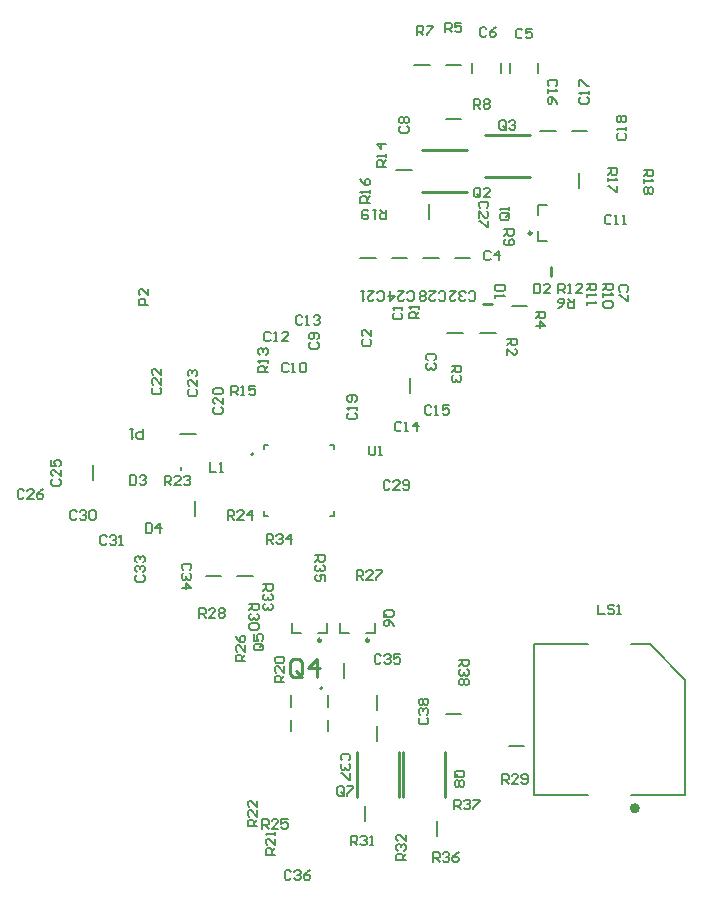
<source format=gto>
G04*
G04 #@! TF.GenerationSoftware,Altium Limited,Altium Designer,21.5.1 (32)*
G04*
G04 Layer_Color=65535*
%FSLAX25Y25*%
%MOIN*%
G70*
G04*
G04 #@! TF.SameCoordinates,2E9B8284-547C-4E19-95EE-4D62FF0F2C7F*
G04*
G04*
G04 #@! TF.FilePolarity,Positive*
G04*
G01*
G75*
%ADD10C,0.00787*%
%ADD11C,0.01575*%
%ADD12C,0.00984*%
%ADD13C,0.00500*%
%ADD14C,0.01000*%
%ADD15C,0.00600*%
D10*
X408831Y235685D02*
G03*
X408831Y235685I-394J0D01*
G01*
X385803Y313661D02*
G03*
X385803Y313661I-394J0D01*
G01*
X458776Y440925D02*
Y444075D01*
X468224Y440925D02*
Y444075D01*
X471276Y440925D02*
Y444075D01*
X480724Y440925D02*
Y444075D01*
X438000Y333941D02*
Y339059D01*
X366500Y292941D02*
Y298059D01*
X361669Y308409D02*
Y309591D01*
X470941Y216500D02*
X476059D01*
X479358Y250402D02*
X497469D01*
X511642D02*
X517941D01*
X529752Y238591D01*
Y200008D02*
Y238591D01*
X479358Y200008D02*
Y250402D01*
Y200008D02*
X497469D01*
X511642D02*
X529752D01*
X380441Y273000D02*
X385559D01*
X369941D02*
X375059D01*
X449941Y227000D02*
X455059D01*
X427000Y228441D02*
Y233559D01*
X410406Y254244D02*
Y257394D01*
X407256Y254244D02*
X410406D01*
X398594D02*
Y257394D01*
Y254244D02*
X401744D01*
X427000Y217941D02*
Y223059D01*
X423000Y191441D02*
Y196559D01*
X447000Y186441D02*
Y191559D01*
X414595Y254244D02*
X417744D01*
X414595D02*
Y257394D01*
X423256Y254244D02*
X426406D01*
Y257394D01*
X416000Y238941D02*
Y244059D01*
X481441Y421500D02*
X486559D01*
X494500Y402441D02*
Y407559D01*
X433441Y408500D02*
X438559D01*
X491941Y421500D02*
X497059D01*
X452941Y379000D02*
X458059D01*
X431941D02*
X437059D01*
X421441D02*
X426559D01*
X471941Y363000D02*
X477059D01*
X442441Y379000D02*
X447559D01*
X449941Y425500D02*
X455059D01*
X439441Y443500D02*
X444559D01*
X449941D02*
X455059D01*
X444500Y391941D02*
Y397059D01*
X461441Y354000D02*
X466559D01*
X480618Y393496D02*
Y396646D01*
X483768D01*
X480618Y384835D02*
Y387984D01*
Y384835D02*
X483768D01*
X332500Y304941D02*
Y310059D01*
X450441Y354000D02*
X455559D01*
X361441Y320500D02*
X366559D01*
D11*
X513849Y195676D02*
G03*
X513849Y195676I-894J0D01*
G01*
D12*
X408339Y251685D02*
G03*
X408339Y251685I-492J0D01*
G01*
X424339D02*
G03*
X424339Y251685I-492J0D01*
G01*
X478551Y387394D02*
G03*
X478551Y387394I-492J0D01*
G01*
D13*
X410602Y229583D02*
Y233520D01*
Y221315D02*
Y225252D01*
X398398Y229583D02*
Y233520D01*
Y221315D02*
Y225252D01*
X389189Y315354D02*
Y316811D01*
Y293189D02*
Y294646D01*
X412811Y315354D02*
Y316811D01*
Y293189D02*
Y294646D01*
X389189Y316811D02*
X390646D01*
X389189Y293189D02*
X390646D01*
X411354Y316811D02*
X412811D01*
X411354Y293189D02*
X412811D01*
D14*
X449720Y199594D02*
Y214594D01*
X435720Y199594D02*
Y214594D01*
X434500Y199500D02*
Y214500D01*
X420500Y199500D02*
Y214500D01*
X463000Y420000D02*
X478000D01*
X463000Y406000D02*
X478000D01*
X442000Y401000D02*
X457000D01*
X442000Y415000D02*
X457000D01*
X485065Y373000D02*
Y376000D01*
X462500Y363935D02*
X465500D01*
X402099Y240500D02*
Y244498D01*
X401099Y245498D01*
X399100D01*
X398100Y244498D01*
Y240500D01*
X399100Y239500D01*
X401099D01*
X400099Y241499D02*
X402099Y239500D01*
X401099D02*
X402099Y240500D01*
X407097Y239500D02*
Y245498D01*
X404098Y242499D01*
X408097D01*
D15*
X422434Y351967D02*
X421901Y351434D01*
Y350367D01*
X422434Y349834D01*
X424566D01*
X425100Y350367D01*
Y351434D01*
X424566Y351967D01*
X425100Y355166D02*
Y353033D01*
X422967Y355166D01*
X422434D01*
X421901Y354633D01*
Y353566D01*
X422434Y353033D01*
X364434Y335367D02*
X363900Y334834D01*
Y333768D01*
X364434Y333235D01*
X366566D01*
X367099Y333768D01*
Y334834D01*
X366566Y335367D01*
X367099Y338566D02*
Y336434D01*
X364967Y338566D01*
X364434D01*
X363900Y338033D01*
Y336967D01*
X364434Y336434D01*
Y339633D02*
X363900Y340166D01*
Y341232D01*
X364434Y341765D01*
X364967D01*
X365500Y341232D01*
Y340699D01*
Y341232D01*
X366033Y341765D01*
X366566D01*
X367099Y341232D01*
Y340166D01*
X366566Y339633D01*
X500768Y263599D02*
Y260401D01*
X502901D01*
X506100Y263066D02*
X505566Y263599D01*
X504500D01*
X503967Y263066D01*
Y262533D01*
X504500Y262000D01*
X505566D01*
X506100Y261467D01*
Y260934D01*
X505566Y260401D01*
X504500D01*
X503967Y260934D01*
X507166Y260401D02*
X508232D01*
X507699D01*
Y263599D01*
X507166Y263066D01*
X424367Y316599D02*
Y313934D01*
X424900Y313401D01*
X425967D01*
X426500Y313934D01*
Y316599D01*
X427566Y313401D02*
X428633D01*
X428099D01*
Y316599D01*
X427566Y316066D01*
X454400Y245265D02*
X457599D01*
Y243666D01*
X457066Y243133D01*
X456000D01*
X455467Y243666D01*
Y245265D01*
Y244199D02*
X454400Y243133D01*
X457066Y242066D02*
X457599Y241533D01*
Y240467D01*
X457066Y239934D01*
X456533D01*
X456000Y240467D01*
Y241000D01*
Y240467D01*
X455467Y239934D01*
X454934D01*
X454400Y240467D01*
Y241533D01*
X454934Y242066D01*
X457066Y238867D02*
X457599Y238334D01*
Y237268D01*
X457066Y236735D01*
X456533D01*
X456000Y237268D01*
X455467Y236735D01*
X454934D01*
X454400Y237268D01*
Y238334D01*
X454934Y238867D01*
X455467D01*
X456000Y238334D01*
X456533Y238867D01*
X457066D01*
X456000Y238334D02*
Y237268D01*
X452735Y195401D02*
Y198600D01*
X454334D01*
X454867Y198066D01*
Y197000D01*
X454334Y196467D01*
X452735D01*
X453801D02*
X454867Y195401D01*
X455934Y198066D02*
X456467Y198600D01*
X457533D01*
X458066Y198066D01*
Y197533D01*
X457533Y197000D01*
X457000D01*
X457533D01*
X458066Y196467D01*
Y195934D01*
X457533Y195401D01*
X456467D01*
X455934Y195934D01*
X459133Y198600D02*
X461265D01*
Y198066D01*
X459133Y195934D01*
Y195401D01*
X445735Y177901D02*
Y181099D01*
X447334D01*
X447867Y180566D01*
Y179500D01*
X447334Y178967D01*
X445735D01*
X446801D02*
X447867Y177901D01*
X448934Y180566D02*
X449467Y181099D01*
X450533D01*
X451066Y180566D01*
Y180033D01*
X450533Y179500D01*
X450000D01*
X450533D01*
X451066Y178967D01*
Y178434D01*
X450533Y177901D01*
X449467D01*
X448934Y178434D01*
X454265Y181099D02*
X453199Y180566D01*
X452133Y179500D01*
Y178434D01*
X452666Y177901D01*
X453732D01*
X454265Y178434D01*
Y178967D01*
X453732Y179500D01*
X452133D01*
X406337Y279949D02*
X409536D01*
Y278350D01*
X409003Y277817D01*
X407937D01*
X407404Y278350D01*
Y279949D01*
Y278883D02*
X406337Y277817D01*
X409003Y276750D02*
X409536Y276217D01*
Y275151D01*
X409003Y274618D01*
X408470D01*
X407937Y275151D01*
Y275684D01*
Y275151D01*
X407404Y274618D01*
X406871D01*
X406337Y275151D01*
Y276217D01*
X406871Y276750D01*
X409536Y271419D02*
Y273552D01*
X407937D01*
X408470Y272485D01*
Y271952D01*
X407937Y271419D01*
X406871D01*
X406337Y271952D01*
Y273018D01*
X406871Y273552D01*
X390235Y283900D02*
Y287100D01*
X391834D01*
X392367Y286566D01*
Y285500D01*
X391834Y284967D01*
X390235D01*
X391301D02*
X392367Y283900D01*
X393434Y286566D02*
X393967Y287100D01*
X395033D01*
X395566Y286566D01*
Y286033D01*
X395033Y285500D01*
X394500D01*
X395033D01*
X395566Y284967D01*
Y284434D01*
X395033Y283900D01*
X393967D01*
X393434Y284434D01*
X398232Y283900D02*
Y287100D01*
X396633Y285500D01*
X398765D01*
X389047Y270306D02*
X392246D01*
Y268707D01*
X391713Y268174D01*
X390647D01*
X390113Y268707D01*
Y270306D01*
Y269240D02*
X389047Y268174D01*
X391713Y267108D02*
X392246Y266574D01*
Y265508D01*
X391713Y264975D01*
X391180D01*
X390647Y265508D01*
Y266041D01*
Y265508D01*
X390113Y264975D01*
X389580D01*
X389047Y265508D01*
Y266574D01*
X389580Y267108D01*
X391713Y263909D02*
X392246Y263375D01*
Y262309D01*
X391713Y261776D01*
X391180D01*
X390647Y262309D01*
Y262842D01*
Y262309D01*
X390113Y261776D01*
X389580D01*
X389047Y262309D01*
Y263375D01*
X389580Y263909D01*
X436701Y178373D02*
X433502D01*
Y179973D01*
X434036Y180506D01*
X435102D01*
X435635Y179973D01*
Y178373D01*
Y179439D02*
X436701Y180506D01*
X434036Y181572D02*
X433502Y182105D01*
Y183171D01*
X434036Y183705D01*
X434569D01*
X435102Y183171D01*
Y182638D01*
Y183171D01*
X435635Y183705D01*
X436168D01*
X436701Y183171D01*
Y182105D01*
X436168Y181572D01*
X436701Y186904D02*
Y184771D01*
X434569Y186904D01*
X434036D01*
X433502Y186370D01*
Y185304D01*
X434036Y184771D01*
X418268Y183400D02*
Y186600D01*
X419867D01*
X420400Y186066D01*
Y185000D01*
X419867Y184467D01*
X418268D01*
X419334D02*
X420400Y183400D01*
X421467Y186066D02*
X422000Y186600D01*
X423066D01*
X423599Y186066D01*
Y185533D01*
X423066Y185000D01*
X422533D01*
X423066D01*
X423599Y184467D01*
Y183934D01*
X423066Y183400D01*
X422000D01*
X421467Y183934D01*
X424666Y183400D02*
X425732D01*
X425199D01*
Y186600D01*
X424666Y186066D01*
X384401Y263765D02*
X387599D01*
Y262166D01*
X387066Y261633D01*
X386000D01*
X385467Y262166D01*
Y263765D01*
Y262699D02*
X384401Y261633D01*
X387066Y260566D02*
X387599Y260033D01*
Y258967D01*
X387066Y258434D01*
X386533D01*
X386000Y258967D01*
Y259500D01*
Y258967D01*
X385467Y258434D01*
X384934D01*
X384401Y258967D01*
Y260033D01*
X384934Y260566D01*
X387066Y257367D02*
X387599Y256834D01*
Y255768D01*
X387066Y255235D01*
X384934D01*
X384401Y255768D01*
Y256834D01*
X384934Y257367D01*
X387066D01*
X468735Y203901D02*
Y207100D01*
X470334D01*
X470867Y206566D01*
Y205500D01*
X470334Y204967D01*
X468735D01*
X469801D02*
X470867Y203901D01*
X474066D02*
X471934D01*
X474066Y206033D01*
Y206566D01*
X473533Y207100D01*
X472467D01*
X471934Y206566D01*
X475133Y204434D02*
X475666Y203901D01*
X476732D01*
X477265Y204434D01*
Y206566D01*
X476732Y207100D01*
X475666D01*
X475133Y206566D01*
Y206033D01*
X475666Y205500D01*
X477265D01*
X367827Y259225D02*
Y262424D01*
X369426D01*
X369959Y261891D01*
Y260825D01*
X369426Y260292D01*
X367827D01*
X368893D02*
X369959Y259225D01*
X373159D02*
X371026D01*
X373159Y261358D01*
Y261891D01*
X372625Y262424D01*
X371559D01*
X371026Y261891D01*
X374225D02*
X374758Y262424D01*
X375824D01*
X376358Y261891D01*
Y261358D01*
X375824Y260825D01*
X376358Y260292D01*
Y259758D01*
X375824Y259225D01*
X374758D01*
X374225Y259758D01*
Y260292D01*
X374758Y260825D01*
X374225Y261358D01*
Y261891D01*
X374758Y260825D02*
X375824D01*
X420235Y271901D02*
Y275099D01*
X421834D01*
X422367Y274566D01*
Y273500D01*
X421834Y272967D01*
X420235D01*
X421301D02*
X422367Y271901D01*
X425566D02*
X423434D01*
X425566Y274033D01*
Y274566D01*
X425033Y275099D01*
X423967D01*
X423434Y274566D01*
X426633Y275099D02*
X428765D01*
Y274566D01*
X426633Y272434D01*
Y271901D01*
X383100Y244735D02*
X379901D01*
Y246334D01*
X380434Y246867D01*
X381500D01*
X382033Y246334D01*
Y244735D01*
Y245801D02*
X383100Y246867D01*
Y250066D02*
Y247934D01*
X380967Y250066D01*
X380434D01*
X379901Y249533D01*
Y248467D01*
X380434Y247934D01*
X379901Y253265D02*
X380434Y252199D01*
X381500Y251133D01*
X382566D01*
X383100Y251666D01*
Y252732D01*
X382566Y253265D01*
X382033D01*
X381500Y252732D01*
Y251133D01*
X388735Y188900D02*
Y192099D01*
X390334D01*
X390867Y191566D01*
Y190500D01*
X390334Y189967D01*
X388735D01*
X389801D02*
X390867Y188900D01*
X394066D02*
X391934D01*
X394066Y191033D01*
Y191566D01*
X393533Y192099D01*
X392467D01*
X391934Y191566D01*
X397265Y192099D02*
X395133D01*
Y190500D01*
X396199Y191033D01*
X396732D01*
X397265Y190500D01*
Y189434D01*
X396732Y188900D01*
X395666D01*
X395133Y189434D01*
X377235Y291900D02*
Y295099D01*
X378834D01*
X379367Y294566D01*
Y293500D01*
X378834Y292967D01*
X377235D01*
X378301D02*
X379367Y291900D01*
X382566D02*
X380434D01*
X382566Y294033D01*
Y294566D01*
X382033Y295099D01*
X380967D01*
X380434Y294566D01*
X385232Y291900D02*
Y295099D01*
X383633Y293500D01*
X385765D01*
X356235Y303400D02*
Y306599D01*
X357834D01*
X358367Y306066D01*
Y305000D01*
X357834Y304467D01*
X356235D01*
X357301D02*
X358367Y303400D01*
X361566D02*
X359434D01*
X361566Y305533D01*
Y306066D01*
X361033Y306599D01*
X359967D01*
X359434Y306066D01*
X362633D02*
X363166Y306599D01*
X364232D01*
X364765Y306066D01*
Y305533D01*
X364232Y305000D01*
X363699D01*
X364232D01*
X364765Y304467D01*
Y303934D01*
X364232Y303400D01*
X363166D01*
X362633Y303934D01*
X387100Y189735D02*
X383900D01*
Y191334D01*
X384434Y191867D01*
X385500D01*
X386033Y191334D01*
Y189735D01*
Y190801D02*
X387100Y191867D01*
Y195066D02*
Y192934D01*
X384967Y195066D01*
X384434D01*
X383900Y194533D01*
Y193467D01*
X384434Y192934D01*
X387100Y198265D02*
Y196133D01*
X384967Y198265D01*
X384434D01*
X383900Y197732D01*
Y196666D01*
X384434Y196133D01*
X393099Y180268D02*
X389900D01*
Y181867D01*
X390434Y182401D01*
X391500D01*
X392033Y181867D01*
Y180268D01*
Y181334D02*
X393099Y182401D01*
Y185600D02*
Y183467D01*
X390967Y185600D01*
X390434D01*
X389900Y185066D01*
Y184000D01*
X390434Y183467D01*
X393099Y186666D02*
Y187732D01*
Y187199D01*
X389900D01*
X390434Y186666D01*
X396099Y237735D02*
X392900D01*
Y239334D01*
X393434Y239867D01*
X394500D01*
X395033Y239334D01*
Y237735D01*
Y238801D02*
X396099Y239867D01*
Y243066D02*
Y240934D01*
X393967Y243066D01*
X393434D01*
X392900Y242533D01*
Y241467D01*
X393434Y240934D01*
Y244133D02*
X392900Y244666D01*
Y245732D01*
X393434Y246265D01*
X395566D01*
X396099Y245732D01*
Y244666D01*
X395566Y244133D01*
X393434D01*
X430038Y395196D02*
Y391997D01*
X428438D01*
X427905Y392530D01*
Y393596D01*
X428438Y394129D01*
X430038D01*
X428971D02*
X427905Y395196D01*
X426839D02*
X425772D01*
X426306D01*
Y391997D01*
X426839Y392530D01*
X424173Y394663D02*
X423640Y395196D01*
X422574D01*
X422040Y394663D01*
Y392530D01*
X422574Y391997D01*
X423640D01*
X424173Y392530D01*
Y393063D01*
X423640Y393596D01*
X422040D01*
X515901Y408499D02*
X519100D01*
Y406899D01*
X518566Y406366D01*
X517500D01*
X516967Y406899D01*
Y408499D01*
Y407432D02*
X515901Y406366D01*
Y405300D02*
Y404233D01*
Y404767D01*
X519100D01*
X518566Y405300D01*
Y402634D02*
X519100Y402101D01*
Y401034D01*
X518566Y400501D01*
X518033D01*
X517500Y401034D01*
X516967Y400501D01*
X516434D01*
X515901Y401034D01*
Y402101D01*
X516434Y402634D01*
X516967D01*
X517500Y402101D01*
X518033Y402634D01*
X518566D01*
X517500Y402101D02*
Y401034D01*
X503900Y408999D02*
X507099D01*
Y407399D01*
X506566Y406866D01*
X505500D01*
X504967Y407399D01*
Y408999D01*
Y407932D02*
X503900Y406866D01*
Y405800D02*
Y404733D01*
Y405267D01*
X507099D01*
X506566Y405800D01*
X507099Y403134D02*
Y401001D01*
X506566D01*
X504434Y403134D01*
X503900D01*
X424600Y397501D02*
X421400D01*
Y399101D01*
X421934Y399634D01*
X423000D01*
X423533Y399101D01*
Y397501D01*
Y398568D02*
X424600Y399634D01*
Y400700D02*
Y401767D01*
Y401233D01*
X421400D01*
X421934Y400700D01*
X421400Y405499D02*
X421934Y404432D01*
X423000Y403366D01*
X424066D01*
X424600Y403899D01*
Y404965D01*
X424066Y405499D01*
X423533D01*
X423000Y404965D01*
Y403366D01*
X378501Y333401D02*
Y336599D01*
X380101D01*
X380634Y336066D01*
Y335000D01*
X380101Y334467D01*
X378501D01*
X379568D02*
X380634Y333401D01*
X381700D02*
X382767D01*
X382233D01*
Y336599D01*
X381700Y336066D01*
X386499Y336599D02*
X384366D01*
Y335000D01*
X385432Y335533D01*
X385965D01*
X386499Y335000D01*
Y333934D01*
X385965Y333401D01*
X384899D01*
X384366Y333934D01*
X430099Y409501D02*
X426900D01*
Y411101D01*
X427434Y411634D01*
X428500D01*
X429033Y411101D01*
Y409501D01*
Y410568D02*
X430099Y411634D01*
Y412700D02*
Y413767D01*
Y413233D01*
X426900D01*
X427434Y412700D01*
X430099Y416965D02*
X426900D01*
X428500Y415366D01*
Y417499D01*
X390599Y341001D02*
X387401D01*
Y342601D01*
X387934Y343134D01*
X389000D01*
X389533Y342601D01*
Y341001D01*
Y342068D02*
X390599Y343134D01*
Y344200D02*
Y345267D01*
Y344733D01*
X387401D01*
X387934Y344200D01*
Y346866D02*
X387401Y347399D01*
Y348465D01*
X387934Y348999D01*
X388467D01*
X389000Y348465D01*
Y347932D01*
Y348465D01*
X389533Y348999D01*
X390066D01*
X390599Y348465D01*
Y347399D01*
X390066Y346866D01*
X487501Y367401D02*
Y370600D01*
X489101D01*
X489634Y370066D01*
Y369000D01*
X489101Y368467D01*
X487501D01*
X488568D02*
X489634Y367401D01*
X490700D02*
X491767D01*
X491233D01*
Y370600D01*
X490700Y370066D01*
X495499Y367401D02*
X493366D01*
X495499Y369533D01*
Y370066D01*
X494966Y370600D01*
X493899D01*
X493366Y370066D01*
X496901Y370465D02*
X500100D01*
Y368866D01*
X499566Y368333D01*
X498500D01*
X497967Y368866D01*
Y370465D01*
Y369399D02*
X496901Y368333D01*
Y367267D02*
Y366200D01*
Y366733D01*
X500100D01*
X499566Y367267D01*
X496901Y364601D02*
Y363534D01*
Y364068D01*
X500100D01*
X499566Y364601D01*
X502400Y370499D02*
X505599D01*
Y368899D01*
X505066Y368366D01*
X504000D01*
X503467Y368899D01*
Y370499D01*
Y369432D02*
X502400Y368366D01*
Y367300D02*
Y366233D01*
Y366767D01*
X505599D01*
X505066Y367300D01*
Y364634D02*
X505599Y364101D01*
Y363035D01*
X505066Y362501D01*
X502934D01*
X502400Y363035D01*
Y364101D01*
X502934Y364634D01*
X505066D01*
X469436Y388665D02*
X472635D01*
Y387065D01*
X472102Y386532D01*
X471035D01*
X470502Y387065D01*
Y388665D01*
Y387598D02*
X469436Y386532D01*
X469969Y385466D02*
X469436Y384932D01*
Y383866D01*
X469969Y383333D01*
X472102D01*
X472635Y383866D01*
Y384932D01*
X472102Y385466D01*
X471569D01*
X471035Y384932D01*
Y383333D01*
X459334Y428900D02*
Y432099D01*
X460934D01*
X461467Y431566D01*
Y430500D01*
X460934Y429967D01*
X459334D01*
X460400D02*
X461467Y428900D01*
X462533Y431566D02*
X463066Y432099D01*
X464133D01*
X464666Y431566D01*
Y431033D01*
X464133Y430500D01*
X464666Y429967D01*
Y429434D01*
X464133Y428900D01*
X463066D01*
X462533Y429434D01*
Y429967D01*
X463066Y430500D01*
X462533Y431033D01*
Y431566D01*
X463066Y430500D02*
X464133D01*
X440334Y453401D02*
Y456600D01*
X441934D01*
X442467Y456066D01*
Y455000D01*
X441934Y454467D01*
X440334D01*
X441400D02*
X442467Y453401D01*
X443533Y456600D02*
X445666D01*
Y456066D01*
X443533Y453934D01*
Y453401D01*
X492666Y365599D02*
Y362401D01*
X491066D01*
X490533Y362934D01*
Y364000D01*
X491066Y364533D01*
X492666D01*
X491600D02*
X490533Y365599D01*
X487334Y362401D02*
X488401Y362934D01*
X489467Y364000D01*
Y365066D01*
X488934Y365599D01*
X487867D01*
X487334Y365066D01*
Y364533D01*
X487867Y364000D01*
X489467D01*
X449834Y454400D02*
Y457599D01*
X451434D01*
X451967Y457066D01*
Y456000D01*
X451434Y455467D01*
X449834D01*
X450901D02*
X451967Y454400D01*
X455166Y457599D02*
X453033D01*
Y456000D01*
X454100Y456533D01*
X454633D01*
X455166Y456000D01*
Y454934D01*
X454633Y454400D01*
X453566D01*
X453033Y454934D01*
X479901Y361166D02*
X483100D01*
Y359566D01*
X482566Y359033D01*
X481500D01*
X480967Y359566D01*
Y361166D01*
Y360100D02*
X479901Y359033D01*
Y356367D02*
X483100D01*
X481500Y357967D01*
Y355834D01*
X451900Y343166D02*
X455099D01*
Y341566D01*
X454566Y341033D01*
X453500D01*
X452967Y341566D01*
Y343166D01*
Y342099D02*
X451900Y341033D01*
X454566Y339967D02*
X455099Y339434D01*
Y338367D01*
X454566Y337834D01*
X454033D01*
X453500Y338367D01*
Y338900D01*
Y338367D01*
X452967Y337834D01*
X452434D01*
X451900Y338367D01*
Y339434D01*
X452434Y339967D01*
X470504Y352091D02*
X473703D01*
Y350491D01*
X473170Y349958D01*
X472103D01*
X471570Y350491D01*
Y352091D01*
Y351024D02*
X470504Y349958D01*
Y346759D02*
Y348892D01*
X472636Y346759D01*
X473170D01*
X473703Y347292D01*
Y348358D01*
X473170Y348892D01*
X441050Y358949D02*
X437851D01*
Y360548D01*
X438384Y361082D01*
X439450D01*
X439983Y360548D01*
Y358949D01*
Y360015D02*
X441050Y361082D01*
Y362148D02*
Y363214D01*
Y362681D01*
X437851D01*
X438384Y362148D01*
X453434Y206033D02*
X455566D01*
X456100Y206566D01*
Y207633D01*
X455566Y208166D01*
X453434D01*
X452901Y207633D01*
Y206566D01*
X453967Y207100D02*
X452901Y206033D01*
Y206566D02*
X453434Y206033D01*
X455566Y204967D02*
X456100Y204434D01*
Y203367D01*
X455566Y202834D01*
X455033D01*
X454500Y203367D01*
X453967Y202834D01*
X453434D01*
X452901Y203367D01*
Y204434D01*
X453434Y204967D01*
X453967D01*
X454500Y204434D01*
X455033Y204967D01*
X455566D01*
X454500Y204434D02*
Y203367D01*
X415967Y200434D02*
Y202566D01*
X415434Y203099D01*
X414367D01*
X413834Y202566D01*
Y200434D01*
X414367Y199900D01*
X415434D01*
X414900Y200967D02*
X415967Y199900D01*
X415434D02*
X415967Y200434D01*
X417033Y203099D02*
X419166D01*
Y202566D01*
X417033Y200434D01*
Y199900D01*
X429934Y259533D02*
X432066D01*
X432599Y260066D01*
Y261133D01*
X432066Y261666D01*
X429934D01*
X429400Y261133D01*
Y260066D01*
X430467Y260599D02*
X429400Y259533D01*
Y260066D02*
X429934Y259533D01*
X432599Y256334D02*
X432066Y257400D01*
X431000Y258467D01*
X429934D01*
X429400Y257934D01*
Y256867D01*
X429934Y256334D01*
X430467D01*
X431000Y256867D01*
Y258467D01*
X388566Y250467D02*
X386434D01*
X385900Y249934D01*
Y248867D01*
X386434Y248334D01*
X388566D01*
X389100Y248867D01*
Y249934D01*
X388033Y249400D02*
X389100Y250467D01*
Y249934D02*
X388566Y250467D01*
X385900Y253666D02*
Y251533D01*
X387500D01*
X386967Y252600D01*
Y253133D01*
X387500Y253666D01*
X388566D01*
X389100Y253133D01*
Y252066D01*
X388566Y251533D01*
X469967Y422434D02*
Y424566D01*
X469434Y425100D01*
X468367D01*
X467834Y424566D01*
Y422434D01*
X468367Y421901D01*
X469434D01*
X468900Y422967D02*
X469967Y421901D01*
X469434D02*
X469967Y422434D01*
X471033Y424566D02*
X471566Y425100D01*
X472633D01*
X473166Y424566D01*
Y424033D01*
X472633Y423500D01*
X472099D01*
X472633D01*
X473166Y422967D01*
Y422434D01*
X472633Y421901D01*
X471566D01*
X471033Y422434D01*
X461467Y399934D02*
Y402066D01*
X460934Y402599D01*
X459867D01*
X459334Y402066D01*
Y399934D01*
X459867Y399400D01*
X460934D01*
X460400Y400467D02*
X461467Y399400D01*
X460934D02*
X461467Y399934D01*
X464666Y399400D02*
X462533D01*
X464666Y401533D01*
Y402066D01*
X464133Y402599D01*
X463066D01*
X462533Y402066D01*
X470566Y394000D02*
X468434D01*
X467901Y393467D01*
Y392401D01*
X468434Y391867D01*
X470566D01*
X471100Y392401D01*
Y393467D01*
X470033Y392934D02*
X471100Y394000D01*
Y393467D02*
X470566Y394000D01*
X471100Y395066D02*
Y396133D01*
Y395600D01*
X467901D01*
X468434Y395066D01*
X350802Y363437D02*
X347603D01*
Y365036D01*
X348136Y365569D01*
X349202D01*
X349736Y365036D01*
Y363437D01*
X350802Y368768D02*
Y366636D01*
X348669Y368768D01*
X348136D01*
X347603Y368235D01*
Y367169D01*
X348136Y366636D01*
X348956Y322066D02*
Y318867D01*
X347357D01*
X346824Y319401D01*
Y320467D01*
X347357Y321000D01*
X348956D01*
X345757Y322066D02*
X344691D01*
X345224D01*
Y318867D01*
X345757Y319401D01*
X371367Y311100D02*
Y307901D01*
X373500D01*
X374566D02*
X375633D01*
X375099D01*
Y311100D01*
X374566Y310566D01*
X349968Y290677D02*
Y287478D01*
X351568D01*
X352101Y288012D01*
Y290144D01*
X351568Y290677D01*
X349968D01*
X354767Y287478D02*
Y290677D01*
X353167Y289078D01*
X355300D01*
X344687Y306796D02*
Y303596D01*
X346286D01*
X346820Y304130D01*
Y306262D01*
X346286Y306796D01*
X344687D01*
X347886Y306262D02*
X348419Y306796D01*
X349485D01*
X350019Y306262D01*
Y305729D01*
X349485Y305196D01*
X348952D01*
X349485D01*
X350019Y304663D01*
Y304130D01*
X349485Y303596D01*
X348419D01*
X347886Y304130D01*
X479334Y370600D02*
Y367401D01*
X480934D01*
X481467Y367934D01*
Y370066D01*
X480934Y370600D01*
X479334D01*
X484666Y367401D02*
X482533D01*
X484666Y369533D01*
Y370066D01*
X484133Y370600D01*
X483066D01*
X482533Y370066D01*
X469599Y370133D02*
X466400D01*
Y368533D01*
X466934Y368000D01*
X469066D01*
X469599Y368533D01*
Y370133D01*
X466400Y366934D02*
Y365867D01*
Y366401D01*
X469599D01*
X469066Y366934D01*
X441434Y225867D02*
X440901Y225334D01*
Y224268D01*
X441434Y223735D01*
X443566D01*
X444100Y224268D01*
Y225334D01*
X443566Y225867D01*
X441434Y226934D02*
X440901Y227467D01*
Y228533D01*
X441434Y229066D01*
X441967D01*
X442500Y228533D01*
Y228000D01*
Y228533D01*
X443033Y229066D01*
X443566D01*
X444100Y228533D01*
Y227467D01*
X443566Y226934D01*
X441434Y230133D02*
X440901Y230666D01*
Y231732D01*
X441434Y232265D01*
X441967D01*
X442500Y231732D01*
X443033Y232265D01*
X443566D01*
X444100Y231732D01*
Y230666D01*
X443566Y230133D01*
X443033D01*
X442500Y230666D01*
X441967Y230133D01*
X441434D01*
X442500Y230666D02*
Y231732D01*
X417566Y211633D02*
X418099Y212166D01*
Y213232D01*
X417566Y213765D01*
X415434D01*
X414900Y213232D01*
Y212166D01*
X415434Y211633D01*
X417566Y210566D02*
X418099Y210033D01*
Y208967D01*
X417566Y208434D01*
X417033D01*
X416500Y208967D01*
Y209500D01*
Y208967D01*
X415967Y208434D01*
X415434D01*
X414900Y208967D01*
Y210033D01*
X415434Y210566D01*
X418099Y207367D02*
Y205235D01*
X417566D01*
X415434Y207367D01*
X414900D01*
X398367Y174566D02*
X397834Y175100D01*
X396768D01*
X396235Y174566D01*
Y172434D01*
X396768Y171900D01*
X397834D01*
X398367Y172434D01*
X399434Y174566D02*
X399967Y175100D01*
X401033D01*
X401566Y174566D01*
Y174033D01*
X401033Y173500D01*
X400500D01*
X401033D01*
X401566Y172967D01*
Y172434D01*
X401033Y171900D01*
X399967D01*
X399434Y172434D01*
X404765Y175100D02*
X403699Y174566D01*
X402633Y173500D01*
Y172434D01*
X403166Y171900D01*
X404232D01*
X404765Y172434D01*
Y172967D01*
X404232Y173500D01*
X402633D01*
X428367Y246566D02*
X427834Y247099D01*
X426768D01*
X426235Y246566D01*
Y244434D01*
X426768Y243900D01*
X427834D01*
X428367Y244434D01*
X429434Y246566D02*
X429967Y247099D01*
X431033D01*
X431566Y246566D01*
Y246033D01*
X431033Y245500D01*
X430500D01*
X431033D01*
X431566Y244967D01*
Y244434D01*
X431033Y243900D01*
X429967D01*
X429434Y244434D01*
X434765Y247099D02*
X432633D01*
Y245500D01*
X433699Y246033D01*
X434232D01*
X434765Y245500D01*
Y244434D01*
X434232Y243900D01*
X433166D01*
X432633Y244434D01*
X364566Y275133D02*
X365100Y275666D01*
Y276732D01*
X364566Y277265D01*
X362434D01*
X361900Y276732D01*
Y275666D01*
X362434Y275133D01*
X364566Y274066D02*
X365100Y273533D01*
Y272467D01*
X364566Y271934D01*
X364033D01*
X363500Y272467D01*
Y273000D01*
Y272467D01*
X362967Y271934D01*
X362434D01*
X361900Y272467D01*
Y273533D01*
X362434Y274066D01*
X361900Y269268D02*
X365100D01*
X363500Y270867D01*
Y268735D01*
X346934Y273367D02*
X346400Y272834D01*
Y271768D01*
X346934Y271235D01*
X349066D01*
X349600Y271768D01*
Y272834D01*
X349066Y273367D01*
X346934Y274434D02*
X346400Y274967D01*
Y276033D01*
X346934Y276566D01*
X347467D01*
X348000Y276033D01*
Y275500D01*
Y276033D01*
X348533Y276566D01*
X349066D01*
X349600Y276033D01*
Y274967D01*
X349066Y274434D01*
X346934Y277633D02*
X346400Y278166D01*
Y279232D01*
X346934Y279765D01*
X347467D01*
X348000Y279232D01*
Y278699D01*
Y279232D01*
X348533Y279765D01*
X349066D01*
X349600Y279232D01*
Y278166D01*
X349066Y277633D01*
X457633Y365434D02*
X458166Y364900D01*
X459232D01*
X459765Y365434D01*
Y367566D01*
X459232Y368099D01*
X458166D01*
X457633Y367566D01*
X456566Y365434D02*
X456033Y364900D01*
X454967D01*
X454434Y365434D01*
Y365967D01*
X454967Y366500D01*
X455500D01*
X454967D01*
X454434Y367033D01*
Y367566D01*
X454967Y368099D01*
X456033D01*
X456566Y367566D01*
X451235Y368099D02*
X453367D01*
X451235Y365967D01*
Y365434D01*
X451768Y364900D01*
X452834D01*
X453367Y365434D01*
X336894Y286074D02*
X336361Y286607D01*
X335294D01*
X334761Y286074D01*
Y283942D01*
X335294Y283408D01*
X336361D01*
X336894Y283942D01*
X337960Y286074D02*
X338493Y286607D01*
X339560D01*
X340093Y286074D01*
Y285541D01*
X339560Y285008D01*
X339026D01*
X339560D01*
X340093Y284475D01*
Y283942D01*
X339560Y283408D01*
X338493D01*
X337960Y283942D01*
X341159Y283408D02*
X342225D01*
X341692D01*
Y286607D01*
X341159Y286074D01*
X326867Y294566D02*
X326334Y295099D01*
X325268D01*
X324735Y294566D01*
Y292434D01*
X325268Y291900D01*
X326334D01*
X326867Y292434D01*
X327934Y294566D02*
X328467Y295099D01*
X329533D01*
X330066Y294566D01*
Y294033D01*
X329533Y293500D01*
X329000D01*
X329533D01*
X330066Y292967D01*
Y292434D01*
X329533Y291900D01*
X328467D01*
X327934Y292434D01*
X331133Y294566D02*
X331666Y295099D01*
X332732D01*
X333265Y294566D01*
Y292434D01*
X332732Y291900D01*
X331666D01*
X331133Y292434D01*
Y294566D01*
X431367Y304566D02*
X430834Y305100D01*
X429768D01*
X429235Y304566D01*
Y302434D01*
X429768Y301901D01*
X430834D01*
X431367Y302434D01*
X434566Y301901D02*
X432434D01*
X434566Y304033D01*
Y304566D01*
X434033Y305100D01*
X432967D01*
X432434Y304566D01*
X435633Y302434D02*
X436166Y301901D01*
X437232D01*
X437765Y302434D01*
Y304566D01*
X437232Y305100D01*
X436166D01*
X435633Y304566D01*
Y304033D01*
X436166Y303500D01*
X437765D01*
X447633Y365434D02*
X448166Y364900D01*
X449232D01*
X449765Y365434D01*
Y367566D01*
X449232Y368099D01*
X448166D01*
X447633Y367566D01*
X444434Y368099D02*
X446566D01*
X444434Y365967D01*
Y365434D01*
X444967Y364900D01*
X446033D01*
X446566Y365434D01*
X443367D02*
X442834Y364900D01*
X441768D01*
X441235Y365434D01*
Y365967D01*
X441768Y366500D01*
X441235Y367033D01*
Y367566D01*
X441768Y368099D01*
X442834D01*
X443367Y367566D01*
Y367033D01*
X442834Y366500D01*
X443367Y365967D01*
Y365434D01*
X442834Y366500D02*
X441768D01*
X463526Y395804D02*
X464059Y396337D01*
Y397404D01*
X463526Y397937D01*
X461393D01*
X460860Y397404D01*
Y396337D01*
X461393Y395804D01*
X460860Y392605D02*
Y394738D01*
X462993Y392605D01*
X463526D01*
X464059Y393138D01*
Y394205D01*
X463526Y394738D01*
X464059Y391539D02*
Y389406D01*
X463526D01*
X461393Y391539D01*
X460860D01*
X309367Y301566D02*
X308834Y302099D01*
X307768D01*
X307235Y301566D01*
Y299434D01*
X307768Y298901D01*
X308834D01*
X309367Y299434D01*
X312566Y298901D02*
X310434D01*
X312566Y301033D01*
Y301566D01*
X312033Y302099D01*
X310967D01*
X310434Y301566D01*
X315765Y302099D02*
X314699Y301566D01*
X313633Y300500D01*
Y299434D01*
X314166Y298901D01*
X315232D01*
X315765Y299434D01*
Y299967D01*
X315232Y300500D01*
X313633D01*
X318934Y305367D02*
X318401Y304834D01*
Y303768D01*
X318934Y303235D01*
X321066D01*
X321600Y303768D01*
Y304834D01*
X321066Y305367D01*
X321600Y308566D02*
Y306434D01*
X319467Y308566D01*
X318934D01*
X318401Y308033D01*
Y306967D01*
X318934Y306434D01*
X318401Y311765D02*
Y309633D01*
X320000D01*
X319467Y310699D01*
Y311232D01*
X320000Y311765D01*
X321066D01*
X321600Y311232D01*
Y310166D01*
X321066Y309633D01*
X437133Y365434D02*
X437666Y364900D01*
X438732D01*
X439265Y365434D01*
Y367566D01*
X438732Y368099D01*
X437666D01*
X437133Y367566D01*
X433934Y368099D02*
X436066D01*
X433934Y365967D01*
Y365434D01*
X434467Y364900D01*
X435533D01*
X436066Y365434D01*
X431268Y368099D02*
Y364900D01*
X432867Y366500D01*
X430735D01*
X352434Y335867D02*
X351901Y335334D01*
Y334268D01*
X352434Y333735D01*
X354566D01*
X355100Y334268D01*
Y335334D01*
X354566Y335867D01*
X355100Y339066D02*
Y336934D01*
X352967Y339066D01*
X352434D01*
X351901Y338533D01*
Y337467D01*
X352434Y336934D01*
X355100Y342265D02*
Y340133D01*
X352967Y342265D01*
X352434D01*
X351901Y341732D01*
Y340666D01*
X352434Y340133D01*
X427100Y365434D02*
X427633Y364900D01*
X428699D01*
X429232Y365434D01*
Y367566D01*
X428699Y368099D01*
X427633D01*
X427100Y367566D01*
X423901Y368099D02*
X426033D01*
X423901Y365967D01*
Y365434D01*
X424434Y364900D01*
X425500D01*
X426033Y365434D01*
X422834Y368099D02*
X421768D01*
X422301D01*
Y364900D01*
X422834Y365434D01*
X372934Y329367D02*
X372400Y328834D01*
Y327768D01*
X372934Y327235D01*
X375066D01*
X375600Y327768D01*
Y328834D01*
X375066Y329367D01*
X375600Y332566D02*
Y330434D01*
X373467Y332566D01*
X372934D01*
X372400Y332033D01*
Y330967D01*
X372934Y330434D01*
Y333633D02*
X372400Y334166D01*
Y335232D01*
X372934Y335765D01*
X375066D01*
X375600Y335232D01*
Y334166D01*
X375066Y333633D01*
X372934D01*
X417682Y327423D02*
X417149Y326889D01*
Y325823D01*
X417682Y325290D01*
X419815D01*
X420348Y325823D01*
Y326889D01*
X419815Y327423D01*
X420348Y328489D02*
Y329555D01*
Y329022D01*
X417149D01*
X417682Y328489D01*
X419815Y331155D02*
X420348Y331688D01*
Y332754D01*
X419815Y333288D01*
X417682D01*
X417149Y332754D01*
Y331688D01*
X417682Y331155D01*
X418215D01*
X418749Y331688D01*
Y333288D01*
X507434Y420634D02*
X506901Y420101D01*
Y419034D01*
X507434Y418501D01*
X509566D01*
X510100Y419034D01*
Y420101D01*
X509566Y420634D01*
X510100Y421700D02*
Y422767D01*
Y422233D01*
X506901D01*
X507434Y421700D01*
Y424366D02*
X506901Y424899D01*
Y425965D01*
X507434Y426499D01*
X507967D01*
X508500Y425965D01*
X509033Y426499D01*
X509566D01*
X510100Y425965D01*
Y424899D01*
X509566Y424366D01*
X509033D01*
X508500Y424899D01*
X507967Y424366D01*
X507434D01*
X508500Y424899D02*
Y425965D01*
X494934Y432634D02*
X494401Y432101D01*
Y431035D01*
X494934Y430501D01*
X497066D01*
X497600Y431035D01*
Y432101D01*
X497066Y432634D01*
X497600Y433700D02*
Y434767D01*
Y434233D01*
X494401D01*
X494934Y433700D01*
X494401Y436366D02*
Y438499D01*
X494934D01*
X497066Y436366D01*
X497600D01*
X486566Y436366D02*
X487100Y436899D01*
Y437965D01*
X486566Y438499D01*
X484434D01*
X483900Y437965D01*
Y436899D01*
X484434Y436366D01*
X483900Y435300D02*
Y434233D01*
Y434767D01*
X487100D01*
X486566Y435300D01*
X487100Y430501D02*
X486566Y431568D01*
X485500Y432634D01*
X484434D01*
X483900Y432101D01*
Y431035D01*
X484434Y430501D01*
X484967D01*
X485500Y431035D01*
Y432634D01*
X445134Y329566D02*
X444601Y330100D01*
X443535D01*
X443001Y329566D01*
Y327434D01*
X443535Y326901D01*
X444601D01*
X445134Y327434D01*
X446200Y326901D02*
X447267D01*
X446733D01*
Y330100D01*
X446200Y329566D01*
X450999Y330100D02*
X448866D01*
Y328500D01*
X449932Y329033D01*
X450465D01*
X450999Y328500D01*
Y327434D01*
X450465Y326901D01*
X449399D01*
X448866Y327434D01*
X435134Y324066D02*
X434601Y324600D01*
X433534D01*
X433001Y324066D01*
Y321934D01*
X433534Y321400D01*
X434601D01*
X435134Y321934D01*
X436200Y321400D02*
X437267D01*
X436733D01*
Y324600D01*
X436200Y324066D01*
X440465Y321400D02*
Y324600D01*
X438866Y323000D01*
X440999D01*
X402134Y359566D02*
X401601Y360100D01*
X400534D01*
X400001Y359566D01*
Y357434D01*
X400534Y356901D01*
X401601D01*
X402134Y357434D01*
X403200Y356901D02*
X404267D01*
X403733D01*
Y360100D01*
X403200Y359566D01*
X405866D02*
X406399Y360100D01*
X407466D01*
X407999Y359566D01*
Y359033D01*
X407466Y358500D01*
X406932D01*
X407466D01*
X407999Y357967D01*
Y357434D01*
X407466Y356901D01*
X406399D01*
X405866Y357434D01*
X391634Y354066D02*
X391101Y354599D01*
X390035D01*
X389501Y354066D01*
Y351934D01*
X390035Y351400D01*
X391101D01*
X391634Y351934D01*
X392700Y351400D02*
X393767D01*
X393233D01*
Y354599D01*
X392700Y354066D01*
X397499Y351400D02*
X395366D01*
X397499Y353533D01*
Y354066D01*
X396966Y354599D01*
X395899D01*
X395366Y354066D01*
X505167Y393066D02*
X504634Y393600D01*
X503568D01*
X503034Y393066D01*
Y390934D01*
X503568Y390401D01*
X504634D01*
X505167Y390934D01*
X506233Y390401D02*
X507300D01*
X506767D01*
Y393600D01*
X506233Y393066D01*
X508899Y390401D02*
X509966D01*
X509432D01*
Y393600D01*
X508899Y393066D01*
X397543Y343720D02*
X397010Y344253D01*
X395943D01*
X395410Y343720D01*
Y341587D01*
X395943Y341054D01*
X397010D01*
X397543Y341587D01*
X398609Y341054D02*
X399675D01*
X399142D01*
Y344253D01*
X398609Y343720D01*
X401275D02*
X401808Y344253D01*
X402874D01*
X403407Y343720D01*
Y341587D01*
X402874Y341054D01*
X401808D01*
X401275Y341587D01*
Y343720D01*
X404967Y350982D02*
X404433Y350449D01*
Y349383D01*
X404967Y348850D01*
X407099D01*
X407632Y349383D01*
Y350449D01*
X407099Y350982D01*
Y352049D02*
X407632Y352582D01*
Y353648D01*
X407099Y354181D01*
X404967D01*
X404433Y353648D01*
Y352582D01*
X404967Y352049D01*
X405500D01*
X406033Y352582D01*
Y354181D01*
X434934Y422967D02*
X434401Y422434D01*
Y421367D01*
X434934Y420834D01*
X437066D01*
X437600Y421367D01*
Y422434D01*
X437066Y422967D01*
X434934Y424033D02*
X434401Y424566D01*
Y425633D01*
X434934Y426166D01*
X435467D01*
X436000Y425633D01*
X436533Y426166D01*
X437066D01*
X437600Y425633D01*
Y424566D01*
X437066Y424033D01*
X436533D01*
X436000Y424566D01*
X435467Y424033D01*
X434934D01*
X436000Y424566D02*
Y425633D01*
X510198Y367837D02*
X510731Y368371D01*
Y369437D01*
X510198Y369970D01*
X508065D01*
X507532Y369437D01*
Y368371D01*
X508065Y367837D01*
X510731Y366771D02*
Y364638D01*
X510198D01*
X508065Y366771D01*
X507532D01*
X463467Y455566D02*
X462934Y456100D01*
X461867D01*
X461334Y455566D01*
Y453434D01*
X461867Y452901D01*
X462934D01*
X463467Y453434D01*
X466666Y456100D02*
X465599Y455566D01*
X464533Y454500D01*
Y453434D01*
X465066Y452901D01*
X466133D01*
X466666Y453434D01*
Y453967D01*
X466133Y454500D01*
X464533D01*
X475467Y455066D02*
X474934Y455599D01*
X473867D01*
X473334Y455066D01*
Y452934D01*
X473867Y452400D01*
X474934D01*
X475467Y452934D01*
X478666Y455599D02*
X476533D01*
Y454000D01*
X477599Y454533D01*
X478133D01*
X478666Y454000D01*
Y452934D01*
X478133Y452400D01*
X477066D01*
X476533Y452934D01*
X464967Y381066D02*
X464434Y381599D01*
X463367D01*
X462834Y381066D01*
Y378934D01*
X463367Y378400D01*
X464434D01*
X464967Y378934D01*
X467633Y378400D02*
Y381599D01*
X466033Y380000D01*
X468166D01*
X446066Y345033D02*
X446599Y345566D01*
Y346633D01*
X446066Y347166D01*
X443934D01*
X443400Y346633D01*
Y345566D01*
X443934Y345033D01*
X446066Y343967D02*
X446599Y343434D01*
Y342367D01*
X446066Y341834D01*
X445533D01*
X445000Y342367D01*
Y342900D01*
Y342367D01*
X444467Y341834D01*
X443934D01*
X443400Y342367D01*
Y343434D01*
X443934Y343967D01*
X432850Y360783D02*
X432316Y360250D01*
Y359184D01*
X432850Y358651D01*
X434982D01*
X435515Y359184D01*
Y360250D01*
X434982Y360783D01*
X435515Y361850D02*
Y362916D01*
Y362383D01*
X432316D01*
X432850Y361850D01*
M02*

</source>
